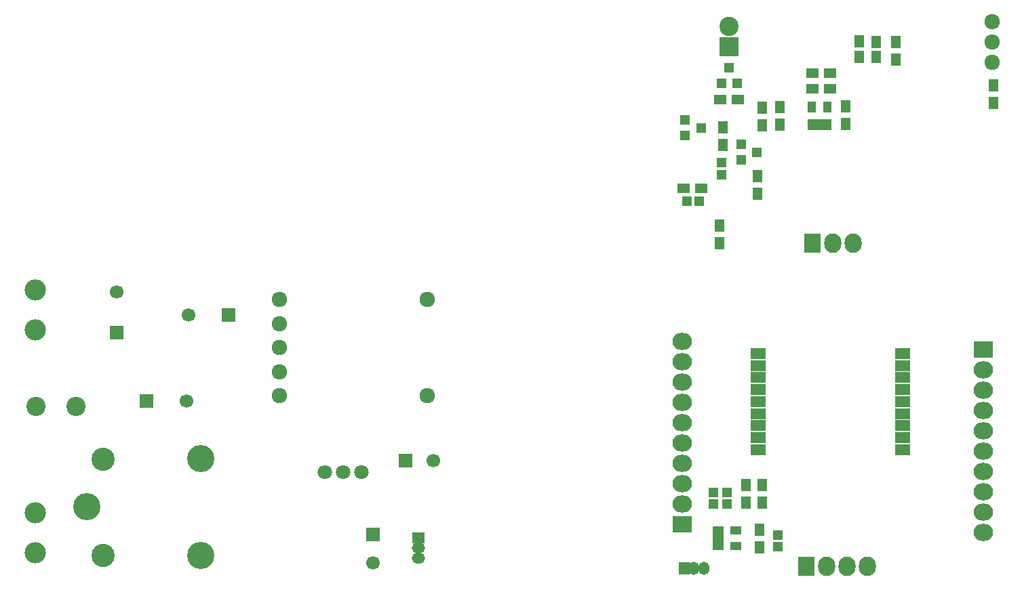
<source format=gbr>
G04 #@! TF.FileFunction,Soldermask,Top*
%FSLAX46Y46*%
G04 Gerber Fmt 4.6, Leading zero omitted, Abs format (unit mm)*
G04 Created by KiCad (PCBNEW 4.1.0-alpha+201609050731+7118~50~ubuntu16.04.1-product) date Wed Sep 21 17:23:23 2016*
%MOMM*%
%LPD*%
G01*
G04 APERTURE LIST*
%ADD10C,0.100000*%
%ADD11R,1.200100X1.200100*%
%ADD12R,1.150000X1.200000*%
%ADD13R,1.300000X1.600000*%
%ADD14R,1.350000X1.650000*%
%ADD15O,1.350000X1.650000*%
%ADD16R,1.460000X1.050000*%
%ADD17C,2.650000*%
%ADD18C,2.900000*%
%ADD19C,3.400000*%
%ADD20R,1.700000X1.700000*%
%ADD21C,1.700000*%
%ADD22R,2.400000X2.400000*%
%ADD23C,2.400000*%
%ADD24R,1.600000X1.300000*%
%ADD25R,1.150000X1.600000*%
%ADD26R,2.127200X2.432000*%
%ADD27O,2.127200X2.432000*%
%ADD28R,1.050000X1.460000*%
%ADD29R,1.197560X1.197560*%
%ADD30R,1.900000X1.400000*%
%ADD31R,2.432000X2.127200*%
%ADD32O,2.432000X2.127200*%
%ADD33R,1.650000X1.350000*%
%ADD34O,1.650000X1.350000*%
%ADD35C,2.398980*%
%ADD36C,1.924000*%
%ADD37C,1.800000*%
G04 APERTURE END LIST*
D10*
D11*
X175514000Y-68580000D03*
X177414000Y-68580000D03*
X176464000Y-66581020D03*
D12*
X176149000Y-121158000D03*
X176149000Y-119658000D03*
D13*
X178562000Y-120945000D03*
X178562000Y-118745000D03*
D14*
X170815000Y-129159000D03*
D15*
X172065000Y-129159000D03*
X173315000Y-129159000D03*
D16*
X175092000Y-124460000D03*
X175092000Y-125410000D03*
X175092000Y-126360000D03*
X177292000Y-126360000D03*
X177292000Y-124460000D03*
D17*
X89789000Y-94361000D03*
X89789000Y-99364800D03*
D18*
X98247200Y-127531900D03*
D19*
X110447200Y-127531900D03*
X110497200Y-115481900D03*
D18*
X98247200Y-115531900D03*
D19*
X96297200Y-121481900D03*
D20*
X103701840Y-108239560D03*
D21*
X108701840Y-108239560D03*
D22*
X176403000Y-64008000D03*
D23*
X176403000Y-61468000D03*
D24*
X175346000Y-70612000D03*
X177546000Y-70612000D03*
D25*
X192659000Y-65212000D03*
X192659000Y-63312000D03*
X194818000Y-65273000D03*
X194818000Y-63373000D03*
D26*
X186055000Y-128905000D03*
D27*
X188595000Y-128905000D03*
X191135000Y-128905000D03*
X193675000Y-128905000D03*
D13*
X182753000Y-71501000D03*
X182753000Y-73701000D03*
D24*
X186867800Y-67259200D03*
X189067800Y-67259200D03*
X189067800Y-69189600D03*
X186867800Y-69189600D03*
D13*
X197231000Y-65573000D03*
X197231000Y-63373000D03*
X191008000Y-71434600D03*
X191008000Y-73634600D03*
D28*
X186806800Y-73744000D03*
X187756800Y-73744000D03*
X188706800Y-73744000D03*
X188706800Y-71544000D03*
X186806800Y-71544000D03*
D13*
X180594000Y-120945000D03*
X180594000Y-118745000D03*
D29*
X171208700Y-83312000D03*
X172707300Y-83312000D03*
D11*
X177927000Y-76205000D03*
X177927000Y-78105000D03*
X179925980Y-77155000D03*
D13*
X179959000Y-82337000D03*
X179959000Y-80137000D03*
D12*
X182499000Y-126492000D03*
X182499000Y-124992000D03*
D13*
X180213000Y-124333000D03*
X180213000Y-126533000D03*
D12*
X174498000Y-121158000D03*
X174498000Y-119658000D03*
X175514000Y-79986000D03*
X175514000Y-78486000D03*
D24*
X172974000Y-81661000D03*
X170774000Y-81661000D03*
D13*
X175260000Y-88560000D03*
X175260000Y-86360000D03*
X175641000Y-74025400D03*
X175641000Y-76225400D03*
D11*
X170942000Y-73152000D03*
X170942000Y-75052000D03*
X172940980Y-74102000D03*
D30*
X198086000Y-105331000D03*
X198086000Y-103831000D03*
X198086000Y-102331000D03*
X198086000Y-106831000D03*
X198086000Y-108331000D03*
X198086000Y-109831000D03*
X198086000Y-114331000D03*
X198086000Y-112831000D03*
X198086000Y-111331000D03*
X180086000Y-111331000D03*
X180086000Y-112831000D03*
X180086000Y-114331000D03*
X180086000Y-109831000D03*
X180086000Y-108331000D03*
X180086000Y-106831000D03*
X180086000Y-102331000D03*
X180086000Y-103831000D03*
X180086000Y-105331000D03*
D31*
X170561000Y-123698000D03*
D32*
X170561000Y-121158000D03*
X170561000Y-118618000D03*
X170561000Y-116078000D03*
X170561000Y-113538000D03*
X170561000Y-110998000D03*
X170561000Y-108458000D03*
X170561000Y-105918000D03*
X170561000Y-103378000D03*
X170561000Y-100838000D03*
D31*
X208153000Y-101854000D03*
D32*
X208153000Y-104394000D03*
X208153000Y-106934000D03*
X208153000Y-109474000D03*
X208153000Y-112014000D03*
X208153000Y-114554000D03*
X208153000Y-117094000D03*
X208153000Y-119634000D03*
X208153000Y-122174000D03*
X208153000Y-124714000D03*
D33*
X137668000Y-125389000D03*
D34*
X137668000Y-126639000D03*
X137668000Y-127889000D03*
D20*
X100012500Y-99665800D03*
D21*
X100012500Y-94665800D03*
D20*
X113924080Y-97525840D03*
D21*
X108924080Y-97525840D03*
X131953000Y-128468000D03*
D20*
X131953000Y-124968000D03*
D21*
X139517000Y-115697000D03*
D20*
X136017000Y-115697000D03*
D17*
X89789000Y-122250200D03*
X89789000Y-127254000D03*
D35*
X94869000Y-108966000D03*
X89867740Y-108966000D03*
D36*
X120269000Y-107607100D03*
X120269000Y-104584500D03*
X120269000Y-101587300D03*
X120269000Y-98564700D03*
X120269000Y-95567500D03*
X138785600Y-107581700D03*
X138760200Y-95567500D03*
D13*
X209423000Y-68834000D03*
X209423000Y-71034000D03*
X180594000Y-73787000D03*
X180594000Y-71587000D03*
D36*
X209296000Y-60833000D03*
X209296000Y-63373000D03*
X209296000Y-65913000D03*
D37*
X128259000Y-117157500D03*
X125984000Y-117182500D03*
X130534000Y-117157500D03*
D26*
X186817000Y-88519000D03*
D27*
X189357000Y-88519000D03*
X191897000Y-88519000D03*
M02*

</source>
